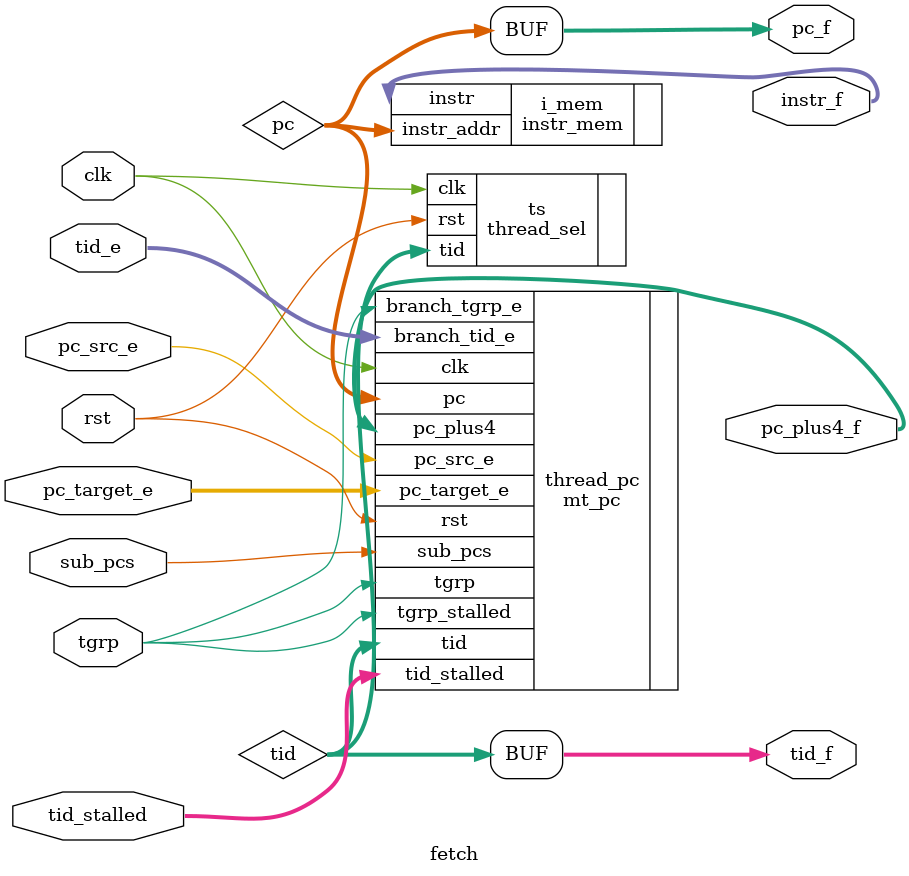
<source format=v>
module fetch #(
    parameter DATA_WIDTH = 32,
    parameter ADDRESS_WIDTH = 32,
    parameter IMEM_SIZE = 1024,
    parameter NUM_THREADS = 4
) (
    input clk, rst,

    input pc_src_e,
    input [ADDRESS_WIDTH-1:0] pc_target_e,
    input sub_pcs,
    input tgrp,
    input [BITS_THREADS-1:0] tid_e,
    input [BITS_THREADS-1:0] tid_stalled,

    output [ADDRESS_WIDTH-1:0] pc_f, pc_plus4_f,
    output [DATA_WIDTH-1:0] instr_f,
    output [BITS_THREADS-1:0] tid_f

);

localparam BITS_THREADS = $clog2(NUM_THREADS);

    wire [31:0] pc;
    wire [BITS_THREADS-1:0] tid;

    thread_sel #(
    .NUM_THREADS(NUM_THREADS)
    )
    ts(
        .clk(clk),
        .rst(rst),
        .tid(tid)
    );

    mt_pc #(
        .NUM_THREADS(NUM_THREADS),
        .ADDRESS_WIDTH(ADDRESS_WIDTH),
        .NUM_THREAD_GRPS(2)
    )
    thread_pc(
        .clk(clk),
        .rst(rst),
        .sub_pcs(sub_pcs),
        .tgrp_stalled(tgrp),
        .tid_stalled(tid_stalled),
        .tgrp(tgrp),
        .tid(tid),
        .pc_src_e(pc_src_e),
        .branch_tgrp_e(tgrp),
        .branch_tid_e(tid_e),
        .pc_target_e(pc_target_e),
        .pc(pc),
        .pc_plus4(pc_plus4_f)
    );

    instr_mem #(
        .ADDRESS_WIDTH(ADDRESS_WIDTH),
        .DATA_WIDTH(DATA_WIDTH),
        .MEM_SIZE(IMEM_SIZE)
    )
    i_mem (
        .instr_addr(pc),
        .instr(instr_f)
    );

    assign pc_f = pc;
    assign tid_f = tid;

endmodule

</source>
